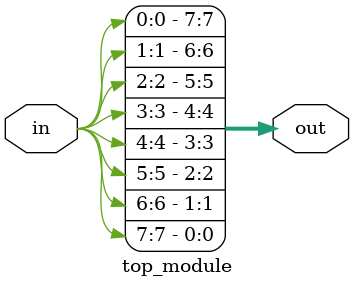
<source format=v>
module top_module( 
    input [7:0] in,
    output [7:0] out
);
    assign out[7:0] = {in[0],in[1],in[2],in[3],in[4],in[5],in[6],in[7]};
endmodule
</source>
